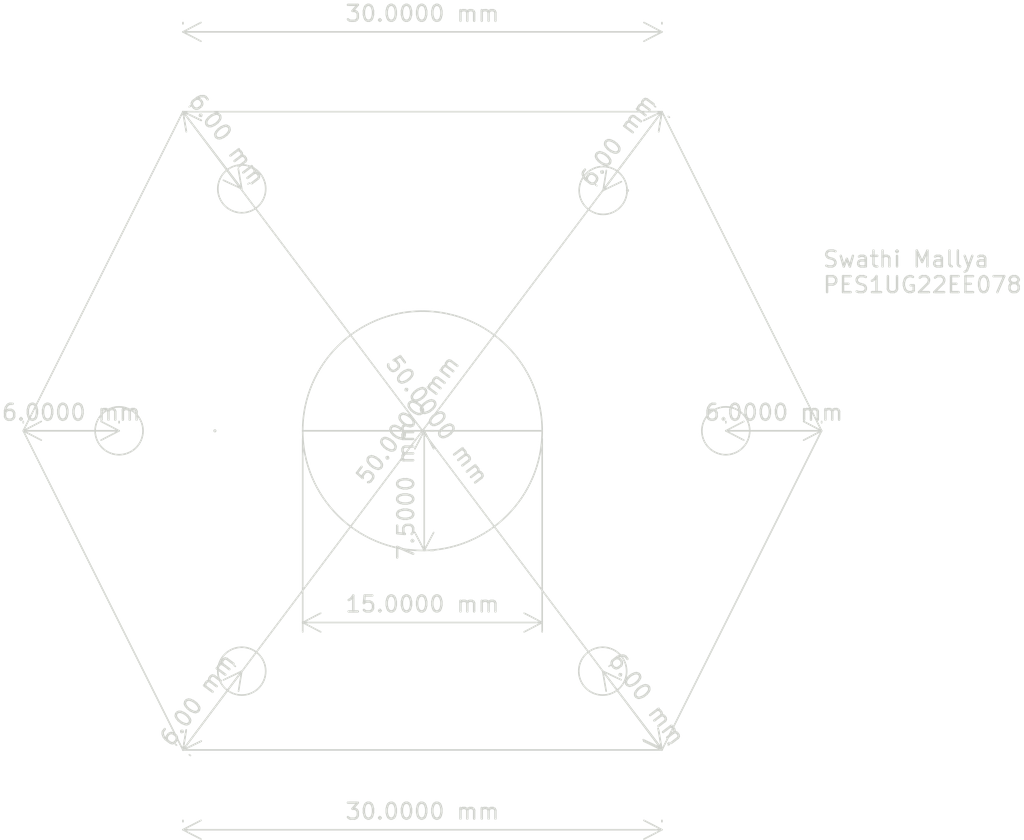
<source format=kicad_pcb>
(kicad_pcb (version 20221018) (generator pcbnew)

  (general
    (thickness 1.6)
  )

  (paper "A4")
  (layers
    (0 "F.Cu" signal)
    (31 "B.Cu" signal)
    (32 "B.Adhes" user "B.Adhesive")
    (33 "F.Adhes" user "F.Adhesive")
    (34 "B.Paste" user)
    (35 "F.Paste" user)
    (36 "B.SilkS" user "B.Silkscreen")
    (37 "F.SilkS" user "F.Silkscreen")
    (38 "B.Mask" user)
    (39 "F.Mask" user)
    (40 "Dwgs.User" user "User.Drawings")
    (41 "Cmts.User" user "User.Comments")
    (42 "Eco1.User" user "User.Eco1")
    (43 "Eco2.User" user "User.Eco2")
    (44 "Edge.Cuts" user)
    (45 "Margin" user)
    (46 "B.CrtYd" user "B.Courtyard")
    (47 "F.CrtYd" user "F.Courtyard")
    (48 "B.Fab" user)
    (49 "F.Fab" user)
    (50 "User.1" user)
    (51 "User.2" user)
    (52 "User.3" user)
    (53 "User.4" user)
    (54 "User.5" user)
    (55 "User.6" user)
    (56 "User.7" user)
    (57 "User.8" user)
    (58 "User.9" user)
  )

  (setup
    (pad_to_mask_clearance 0)
    (aux_axis_origin 150 100)
    (pcbplotparams
      (layerselection 0x00010fc_ffffffff)
      (plot_on_all_layers_selection 0x0000000_00000000)
      (disableapertmacros false)
      (usegerberextensions false)
      (usegerberattributes true)
      (usegerberadvancedattributes true)
      (creategerberjobfile true)
      (dashed_line_dash_ratio 12.000000)
      (dashed_line_gap_ratio 3.000000)
      (svgprecision 4)
      (plotframeref false)
      (viasonmask false)
      (mode 1)
      (useauxorigin false)
      (hpglpennumber 1)
      (hpglpenspeed 20)
      (hpglpendiameter 15.000000)
      (dxfpolygonmode true)
      (dxfimperialunits true)
      (dxfusepcbnewfont true)
      (psnegative false)
      (psa4output false)
      (plotreference true)
      (plotvalue true)
      (plotinvisibletext false)
      (sketchpadsonfab false)
      (subtractmaskfromsilk false)
      (outputformat 1)
      (mirror false)
      (drillshape 1)
      (scaleselection 1)
      (outputdirectory "")
    )
  )

  (net 0 "")

  (gr_circle (center 138.684 84.836) (end 140.184 84.836)
    (stroke (width 0.1) (type default)) (fill none) (layer "Edge.Cuts") (tstamp 01fc2a1d-2674-43c7-b609-28db098dbb15))
  (gr_line (start 175 100) (end 165 120)
    (stroke (width 0.1) (type default)) (layer "Edge.Cuts") (tstamp 07dd9f3c-800c-4567-860f-4a2f467689b5))
  (gr_line (start 135 120) (end 165 120)
    (stroke (width 0.1) (type default)) (layer "Edge.Cuts") (tstamp 14202bd7-d160-4209-a05e-14f136e3ab21))
  (gr_line (start 135 120) (end 125 100)
    (stroke (width 0.1) (type default)) (layer "Edge.Cuts") (tstamp 1c279f78-14f5-4b3c-81da-7b50a0f07331))
  (gr_circle (center 161.29 115.062) (end 162.79 115.062)
    (stroke (width 0.1) (type default)) (fill none) (layer "Edge.Cuts") (tstamp 24304849-ec75-413e-871e-39eca2613020))
  (gr_line (start 135 80) (end 165 80)
    (stroke (width 0.1) (type default)) (layer "Edge.Cuts") (tstamp 4145d188-9d68-4718-b7b8-fe433cf9b7ee))
  (gr_line (start 125 100) (end 135 80)
    (stroke (width 0.1) (type default)) (layer "Edge.Cuts") (tstamp 42874f0e-b20a-413f-baa2-8e49899891b3))
  (gr_circle (center 137 100) (end 137 100)
    (stroke (width 0.1) (type default)) (fill none) (layer "Edge.Cuts") (tstamp 5444a680-dc45-492c-8163-96fcf93f2b86))
  (gr_circle (center 162.844295 84.938) (end 162.844295 84.938)
    (stroke (width 0.1) (type default)) (fill none) (layer "Edge.Cuts") (tstamp 85e27c8c-dea1-4195-b1f4-88d824a18487))
  (gr_circle (center 138.684 115.062) (end 140.184 115.062)
    (stroke (width 0.1) (type default)) (fill none) (layer "Edge.Cuts") (tstamp 92a15d84-3f0c-4d0c-b2b6-e9e399b66901))
  (gr_circle (center 131 100) (end 132.5 100)
    (stroke (width 0.1) (type default)) (fill none) (layer "Edge.Cuts") (tstamp c89976c7-bc03-45ab-b882-abaf535b0898))
  (gr_line (start 165 80) (end 175 100)
    (stroke (width 0.1) (type default)) (layer "Edge.Cuts") (tstamp d364bd18-cfaf-428b-aa01-2c4a8cf3fd08))
  (gr_circle (center 150 100) (end 157.5 100)
    (stroke (width 0.1) (type default)) (fill none) (layer "Edge.Cuts") (tstamp d7e3f708-ee9f-4cb0-a12f-46b08986dbe2))
  (gr_circle (center 169 100) (end 170.5 100)
    (stroke (width 0.1) (type default)) (fill none) (layer "Edge.Cuts") (tstamp da9fc17c-6c81-48b4-a128-11bce80d9ed9))
  (gr_line (start 142.5 100) (end 157.5 100)
    (stroke (width 0.1) (type default)) (layer "Edge.Cuts") (tstamp e54d1150-ef3f-4fbc-b34a-213a7b0f577c))
  (gr_circle (center 161.316 84.938) (end 162.816 84.938)
    (stroke (width 0.1) (type default)) (fill none) (layer "Edge.Cuts") (tstamp f9aaa62d-1fab-4510-9cb4-82ac263e0a2f))
  (gr_text "Swathi Mallya\nPES1UG22EE078\n" (at 175.006 91.44) (layer "Edge.Cuts") (tstamp d018567c-4165-47ae-a9a1-33b01c03a34e)
    (effects (font (size 1 1) (thickness 0.15)) (justify left bottom))
  )
  (dimension (type aligned) (layer "Edge.Cuts") (tstamp 03441edb-b234-4e84-96fa-99dffe1358c4)
    (pts (xy 169 100) (xy 175 100))
    (height 0)
    (gr_text "6.0000 mm" (at 172 98.85) (layer "Edge.Cuts") (tstamp f2c8fc24-7104-424c-8e59-85d503c7770c)
      (effects (font (size 1 1) (thickness 0.15)))
    )
    (format (prefix "") (suffix "") (units 3) (units_format 1) (precision 4))
    (style (thickness 0.1) (arrow_length 1.27) (text_position_mode 0) (extension_height 0.58642) (extension_offset 0.5) keep_text_aligned)
  )
  (dimension (type aligned) (layer "Edge.Cuts") (tstamp 0ce282d9-78bc-4214-b23a-306596affff2)
    (pts (xy 135 120) (xy 138.684 115.062))
    (height 0)
    (gr_text "6.00 mm" (at 135.920256 116.843332 53.2751829) (layer "Edge.Cuts") (tstamp f8af9cd1-3c17-4ae4-88d3-475c7fbf9533)
      (effects (font (size 1 1) (thickness 0.15)))
    )
    (format (prefix "") (suffix "") (units 3) (units_format 1) (precision 4) (override_value "6.00"))
    (style (thickness 0.1) (arrow_length 1.27) (text_position_mode 0) (extension_height 0.58642) (extension_offset 0.5) keep_text_aligned)
  )
  (dimension (type aligned) (layer "Edge.Cuts") (tstamp 355fe4f8-dbd2-4292-bab7-9876b27c5682)
    (pts (xy 165 80) (xy 135 120))
    (height 0)
    (gr_text "50.0000 mm" (at 149.08 99.31 53.13010235) (layer "Edge.Cuts") (tstamp 7f228a97-4d5f-4460-a1bf-e4296a516aff)
      (effects (font (size 1 1) (thickness 0.15)))
    )
    (format (prefix "") (suffix "") (units 3) (units_format 1) (precision 4))
    (style (thickness 0.1) (arrow_length 1.27) (text_position_mode 0) (extension_height 0.58642) (extension_offset 0.5) keep_text_aligned)
  )
  (dimension (type aligned) (layer "Edge.Cuts") (tstamp 51c2fb23-7c5d-4c48-9274-f0fd08e7f0b8)
    (pts (xy 161.29 115.062) (xy 164.974 119.898))
    (height 0)
    (gr_text "6.00 mm" (at 164.046799 116.783119 307.2996645) (layer "Edge.Cuts") (tstamp f8af9cd1-3c17-4ae4-88d3-475c7fbf9533)
      (effects (font (size 1 1) (thickness 0.15)))
    )
    (format (prefix "") (suffix "") (units 3) (units_format 1) (precision 4) (override_value "6.00"))
    (style (thickness 0.1) (arrow_length 1.27) (text_position_mode 0) (extension_height 0.58642) (extension_offset 0.5) keep_text_aligned)
  )
  (dimension (type aligned) (layer "Edge.Cuts") (tstamp 6737dad4-2116-41b3-b17d-375c0050e524)
    (pts (xy 135 80) (xy 165 120))
    (height 0)
    (gr_text "50.0000 mm" (at 150.92 99.31 306.8698976) (layer "Edge.Cuts") (tstamp 94c611b6-1a83-4cd8-b9bd-19aff1997186)
      (effects (font (size 1 1) (thickness 0.15)))
    )
    (format (prefix "") (suffix "") (units 3) (units_format 1) (precision 4))
    (style (thickness 0.1) (arrow_length 1.27) (text_position_mode 0) (extension_height 0.58642) (extension_offset 0.5) keep_text_aligned)
  )
  (dimension (type aligned) (layer "Edge.Cuts") (tstamp 749e3b21-d6bb-4bae-9a12-1e39dcfa1ea7)
    (pts (xy 142.5 100) (xy 157.5 100))
    (height 12.014)
    (gr_text "15.0000 mm" (at 150 110.864) (layer "Edge.Cuts") (tstamp bb3f5f7b-0050-44cb-bf9a-05514b5339dc)
      (effects (font (size 1 1) (thickness 0.15)))
    )
    (format (prefix "") (suffix "") (units 3) (units_format 1) (precision 4))
    (style (thickness 0.1) (arrow_length 1.27) (text_position_mode 0) (extension_height 0.58642) (extension_offset 0.5) keep_text_aligned)
  )
  (dimension (type aligned) (layer "Edge.Cuts") (tstamp c4e52655-7836-48c1-80f6-f201ccf3fdec)
    (pts (xy 150 100) (xy 150 107.5))
    (height -0.114)
    (gr_text "7.5000 mm" (at 148.964 103.75 90) (layer "Edge.Cuts") (tstamp 3fb2c82b-3fff-4297-ae91-e2e3aecbdfd6)
      (effects (font (size 1 1) (thickness 0.15)))
    )
    (format (prefix "") (suffix "") (units 3) (units_format 1) (precision 4))
    (style (thickness 0.1) (arrow_length 1.27) (text_position_mode 0) (extension_height 0.58642) (extension_offset 0.5) keep_text_aligned)
  )
  (dimension (type aligned) (layer "Edge.Cuts") (tstamp cf9e7e9f-1261-4e61-a592-4fcec77d6b20)
    (pts (xy 135 75) (xy 165 75))
    (height 0)
    (gr_text "30.0000 mm" (at 150 73.85) (layer "Edge.Cuts") (tstamp 00dc073d-f2cd-40cb-b734-929059a009cc)
      (effects (font (size 1 1) (thickness 0.15)))
    )
    (format (prefix "") (suffix "") (units 3) (units_format 1) (precision 4))
    (style (thickness 0.1) (arrow_length 1.27) (text_position_mode 0) (extension_height 0.58642) (extension_offset 0.5) keep_text_aligned)
  )
  (dimension (type aligned) (layer "Edge.Cuts") (tstamp d44843f9-3a29-47ec-9356-6d4f98bf047e)
    (pts (xy 135 125) (xy 165 125))
    (height 0)
    (gr_text "30.0000 mm" (at 150 123.85) (layer "Edge.Cuts") (tstamp 1bcab01c-5e85-42c6-897c-bcb6c343e691)
      (effects (font (size 1 1) (thickness 0.15)))
    )
    (format (prefix "") (suffix "") (units 3) (units_format 1) (precision 4))
    (style (thickness 0.1) (arrow_length 1.27) (text_position_mode 0) (extension_height 0.58642) (extension_offset 0.5) keep_text_aligned)
  )
  (dimension (type aligned) (layer "Edge.Cuts") (tstamp f2c8fc24-7104-424c-8e59-85d503c7770c)
    (pts (xy 125 100) (xy 131 100))
    (height 0)
    (gr_text "6.0000 mm" (at 128 98.85) (layer "Edge.Cuts") (tstamp af41b4cd-ce8d-4dc8-aedd-f0d127cb83a4)
      (effects (font (size 1 1) (thickness 0.15)))
    )
    (format (prefix "") (suffix "") (units 3) (units_format 1) (precision 4))
    (style (thickness 0.1) (arrow_length 1.27) (text_position_mode 0) (extension_height 0.58642) (extension_offset 0.5) keep_text_aligned)
  )
  (dimension (type aligned) (layer "Edge.Cuts") (tstamp f3818830-c5d7-4c29-a8ab-d84a22057449)
    (pts (xy 161.316 84.938) (xy 165 80))
    (height 0)
    (gr_text "6.00 mm" (at 162.236256 81.781332 53.2751829) (layer "Edge.Cuts") (tstamp 0ce282d9-78bc-4214-b23a-306596affff2)
      (effects (font (size 1 1) (thickness 0.15)))
    )
    (format (prefix "") (suffix "") (units 3) (units_format 1) (precision 4) (override_value "6.00"))
    (style (thickness 0.1) (arrow_length 1.27) (text_position_mode 0) (extension_height 0.58642) (extension_offset 0.5) keep_text_aligned)
  )
  (dimension (type aligned) (layer "Edge.Cuts") (tstamp f8af9cd1-3c17-4ae4-88d3-475c7fbf9533)
    (pts (xy 135 80) (xy 138.684 84.836))
    (height 0)
    (gr_text "6.00 mm" (at 137.756799 81.721119 307.2996645) (layer "Edge.Cuts") (tstamp d3093045-1f68-44f1-904d-54726999e84f)
      (effects (font (size 1 1) (thickness 0.15)))
    )
    (format (prefix "") (suffix "") (units 3) (units_format 1) (precision 4) (override_value "6.00"))
    (style (thickness 0.1) (arrow_length 1.27) (text_position_mode 0) (extension_height 0.58642) (extension_offset 0.5) keep_text_aligned)
  )

)

</source>
